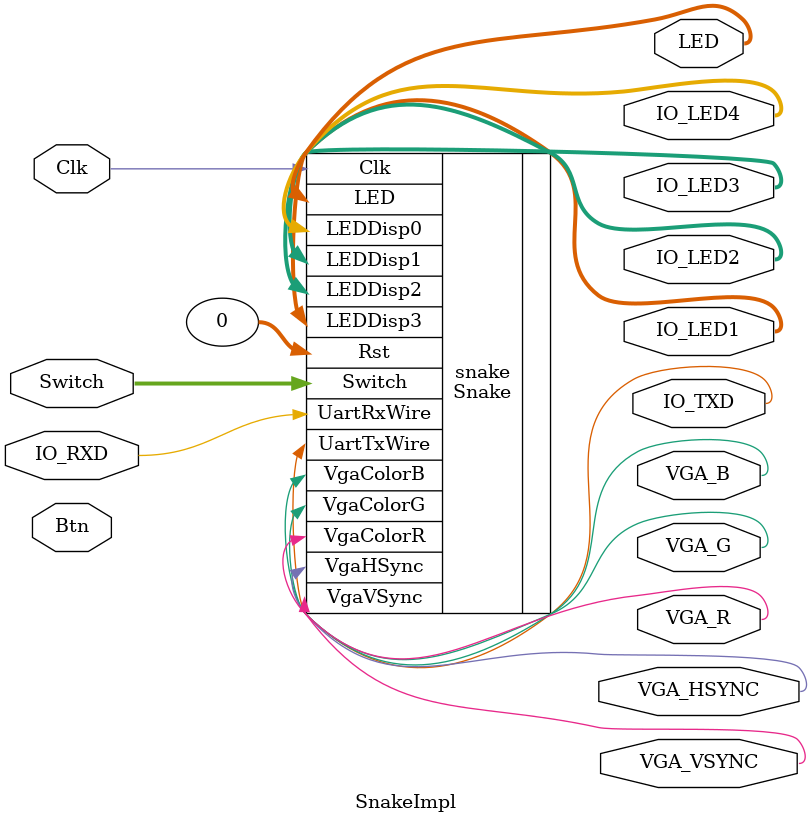
<source format=v>
`include "../../components/Debouncer/Debouncer.v"
`include "../../components/Synchronizer/Synchronizer.v"
`include "Snake.v"

module SnakeImpl
(
    input wire Clk,
    input wire [3:0] Btn,
    input wire [7:0] Switch,
    output wire [0:7] LED,
    output wire [0:6] IO_LED1,
    output wire [0:6] IO_LED2,
    output wire [0:6] IO_LED3,
    output wire [0:6] IO_LED4,
    output wire VGA_HSYNC,
    output wire VGA_VSYNC,
    output wire VGA_R,
    output wire VGA_G,
    output wire VGA_B,
    input wire IO_RXD,
    output wire IO_TXD
);

	 
    Snake snake (
        .Clk(Clk),
        .LED(LED),
        .LEDDisp3(IO_LED1[0:6]),
        .LEDDisp2(IO_LED2[0:6]),
        .LEDDisp1(IO_LED3[0:6]),
        .LEDDisp0(IO_LED4[0:6]),
        .Switch(Switch),
        .Rst(0),
        .VgaHSync(VGA_HSYNC),
        .VgaVSync(VGA_VSYNC),
        .VgaColorR(VGA_R),
        .VgaColorG(VGA_G),
        .VgaColorB(VGA_B),
        .UartRxWire(IO_RXD),
        .UartTxWire(IO_TXD)
    );

endmodule
</source>
